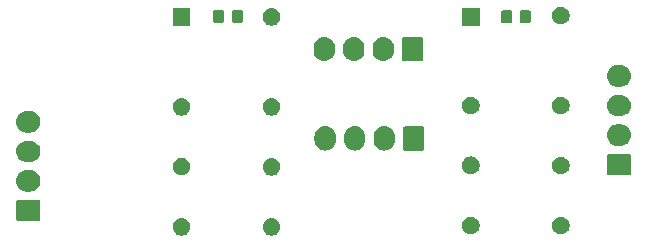
<source format=gbr>
G04 #@! TF.GenerationSoftware,KiCad,Pcbnew,(5.1.2)-2*
G04 #@! TF.CreationDate,2020-12-09T13:32:10+01:00*
G04 #@! TF.ProjectId,Relay-Board,52656c61-792d-4426-9f61-72642e6b6963,rev?*
G04 #@! TF.SameCoordinates,Original*
G04 #@! TF.FileFunction,Soldermask,Bot*
G04 #@! TF.FilePolarity,Negative*
%FSLAX46Y46*%
G04 Gerber Fmt 4.6, Leading zero omitted, Abs format (unit mm)*
G04 Created by KiCad (PCBNEW (5.1.2)-2) date 2020-12-09 13:32:10*
%MOMM*%
%LPD*%
G04 APERTURE LIST*
%ADD10C,0.100000*%
G04 APERTURE END LIST*
D10*
G36*
X112751059Y-67359860D02*
G01*
X112840868Y-67397060D01*
X112887732Y-67416472D01*
X113010735Y-67498660D01*
X113115340Y-67603265D01*
X113197528Y-67726268D01*
X113254140Y-67862941D01*
X113283000Y-68008033D01*
X113283000Y-68155967D01*
X113254140Y-68301059D01*
X113197528Y-68437732D01*
X113115340Y-68560735D01*
X113010735Y-68665340D01*
X112887732Y-68747528D01*
X112887731Y-68747529D01*
X112887730Y-68747529D01*
X112751059Y-68804140D01*
X112605968Y-68833000D01*
X112458032Y-68833000D01*
X112312941Y-68804140D01*
X112176270Y-68747529D01*
X112176269Y-68747529D01*
X112176268Y-68747528D01*
X112053265Y-68665340D01*
X111948660Y-68560735D01*
X111866472Y-68437732D01*
X111809860Y-68301059D01*
X111781000Y-68155967D01*
X111781000Y-68008033D01*
X111809860Y-67862941D01*
X111866472Y-67726268D01*
X111948660Y-67603265D01*
X112053265Y-67498660D01*
X112176268Y-67416472D01*
X112223133Y-67397060D01*
X112312941Y-67359860D01*
X112458032Y-67331000D01*
X112605968Y-67331000D01*
X112751059Y-67359860D01*
X112751059Y-67359860D01*
G37*
G36*
X105121059Y-67349860D02*
G01*
X105235010Y-67397060D01*
X105257732Y-67406472D01*
X105380735Y-67488660D01*
X105485340Y-67593265D01*
X105567528Y-67716268D01*
X105624140Y-67852941D01*
X105653000Y-67998033D01*
X105653000Y-68145967D01*
X105624140Y-68291059D01*
X105567528Y-68427732D01*
X105485340Y-68550735D01*
X105380735Y-68655340D01*
X105257732Y-68737528D01*
X105257731Y-68737529D01*
X105257730Y-68737529D01*
X105121059Y-68794140D01*
X104975968Y-68823000D01*
X104828032Y-68823000D01*
X104682941Y-68794140D01*
X104546270Y-68737529D01*
X104546269Y-68737529D01*
X104546268Y-68737528D01*
X104423265Y-68655340D01*
X104318660Y-68550735D01*
X104236472Y-68427732D01*
X104179860Y-68291059D01*
X104151000Y-68145967D01*
X104151000Y-67998033D01*
X104179860Y-67852941D01*
X104236472Y-67716268D01*
X104318660Y-67593265D01*
X104423265Y-67488660D01*
X104546268Y-67406472D01*
X104568991Y-67397060D01*
X104682941Y-67349860D01*
X104828032Y-67321000D01*
X104975968Y-67321000D01*
X105121059Y-67349860D01*
X105121059Y-67349860D01*
G37*
G36*
X137186385Y-67248260D02*
G01*
X137236659Y-67258260D01*
X137373332Y-67314872D01*
X137496335Y-67397060D01*
X137600940Y-67501665D01*
X137683128Y-67624668D01*
X137739740Y-67761341D01*
X137768600Y-67906433D01*
X137768600Y-68054367D01*
X137739740Y-68199459D01*
X137683128Y-68336132D01*
X137600940Y-68459135D01*
X137496335Y-68563740D01*
X137373332Y-68645928D01*
X137373331Y-68645929D01*
X137373330Y-68645929D01*
X137236659Y-68702540D01*
X137091568Y-68731400D01*
X136943632Y-68731400D01*
X136798541Y-68702540D01*
X136661870Y-68645929D01*
X136661869Y-68645929D01*
X136661868Y-68645928D01*
X136538865Y-68563740D01*
X136434260Y-68459135D01*
X136352072Y-68336132D01*
X136295460Y-68199459D01*
X136266600Y-68054367D01*
X136266600Y-67906433D01*
X136295460Y-67761341D01*
X136352072Y-67624668D01*
X136434260Y-67501665D01*
X136538865Y-67397060D01*
X136661868Y-67314872D01*
X136798541Y-67258260D01*
X136848815Y-67248260D01*
X136943632Y-67229400D01*
X137091568Y-67229400D01*
X137186385Y-67248260D01*
X137186385Y-67248260D01*
G37*
G36*
X129606659Y-67248260D02*
G01*
X129743332Y-67304872D01*
X129866335Y-67387060D01*
X129970940Y-67491665D01*
X130053128Y-67614668D01*
X130109740Y-67751341D01*
X130138600Y-67896433D01*
X130138600Y-68044367D01*
X130109740Y-68189459D01*
X130053128Y-68326132D01*
X129970940Y-68449135D01*
X129866335Y-68553740D01*
X129743332Y-68635928D01*
X129743331Y-68635929D01*
X129743330Y-68635929D01*
X129606659Y-68692540D01*
X129461568Y-68721400D01*
X129313632Y-68721400D01*
X129168541Y-68692540D01*
X129031870Y-68635929D01*
X129031869Y-68635929D01*
X129031868Y-68635928D01*
X128908865Y-68553740D01*
X128804260Y-68449135D01*
X128722072Y-68326132D01*
X128665460Y-68189459D01*
X128636600Y-68044367D01*
X128636600Y-67896433D01*
X128665460Y-67751341D01*
X128722072Y-67614668D01*
X128804260Y-67491665D01*
X128908865Y-67387060D01*
X129031868Y-67304872D01*
X129168541Y-67248260D01*
X129313632Y-67219400D01*
X129461568Y-67219400D01*
X129606659Y-67248260D01*
X129606659Y-67248260D01*
G37*
G36*
X92806200Y-65803389D02*
G01*
X92839252Y-65813415D01*
X92869703Y-65829692D01*
X92896399Y-65851601D01*
X92918308Y-65878297D01*
X92934585Y-65908748D01*
X92944611Y-65941800D01*
X92948600Y-65982303D01*
X92948600Y-67418497D01*
X92944611Y-67459000D01*
X92934585Y-67492052D01*
X92918308Y-67522503D01*
X92896399Y-67549199D01*
X92869703Y-67571108D01*
X92839252Y-67587385D01*
X92806200Y-67597411D01*
X92765697Y-67601400D01*
X91079503Y-67601400D01*
X91039000Y-67597411D01*
X91005948Y-67587385D01*
X90975497Y-67571108D01*
X90948801Y-67549199D01*
X90926892Y-67522503D01*
X90910615Y-67492052D01*
X90900589Y-67459000D01*
X90896600Y-67418497D01*
X90896600Y-65982303D01*
X90900589Y-65941800D01*
X90910615Y-65908748D01*
X90926892Y-65878297D01*
X90948801Y-65851601D01*
X90975497Y-65829692D01*
X91005948Y-65813415D01*
X91039000Y-65803389D01*
X91079503Y-65799400D01*
X92765697Y-65799400D01*
X92806200Y-65803389D01*
X92806200Y-65803389D01*
G37*
G36*
X92158043Y-63305919D02*
G01*
X92224227Y-63312437D01*
X92394066Y-63363957D01*
X92550591Y-63447622D01*
X92570232Y-63463741D01*
X92687786Y-63560214D01*
X92762619Y-63651400D01*
X92800378Y-63697409D01*
X92884043Y-63853934D01*
X92935563Y-64023773D01*
X92952959Y-64200400D01*
X92935563Y-64377027D01*
X92884043Y-64546866D01*
X92800378Y-64703391D01*
X92771048Y-64739129D01*
X92687786Y-64840586D01*
X92586329Y-64923848D01*
X92550591Y-64953178D01*
X92394066Y-65036843D01*
X92224227Y-65088363D01*
X92158043Y-65094881D01*
X92091860Y-65101400D01*
X91753340Y-65101400D01*
X91687157Y-65094881D01*
X91620973Y-65088363D01*
X91451134Y-65036843D01*
X91294609Y-64953178D01*
X91258871Y-64923848D01*
X91157414Y-64840586D01*
X91074152Y-64739129D01*
X91044822Y-64703391D01*
X90961157Y-64546866D01*
X90909637Y-64377027D01*
X90892241Y-64200400D01*
X90909637Y-64023773D01*
X90961157Y-63853934D01*
X91044822Y-63697409D01*
X91082581Y-63651400D01*
X91157414Y-63560214D01*
X91274968Y-63463741D01*
X91294609Y-63447622D01*
X91451134Y-63363957D01*
X91620973Y-63312437D01*
X91687157Y-63305919D01*
X91753340Y-63299400D01*
X92091860Y-63299400D01*
X92158043Y-63305919D01*
X92158043Y-63305919D01*
G37*
G36*
X112751059Y-62279860D02*
G01*
X112840868Y-62317060D01*
X112887732Y-62336472D01*
X113010735Y-62418660D01*
X113115340Y-62523265D01*
X113197528Y-62646268D01*
X113197529Y-62646270D01*
X113212056Y-62681341D01*
X113254140Y-62782941D01*
X113283000Y-62928033D01*
X113283000Y-63075967D01*
X113254140Y-63221059D01*
X113197528Y-63357732D01*
X113115340Y-63480735D01*
X113010735Y-63585340D01*
X112887732Y-63667528D01*
X112887731Y-63667529D01*
X112887730Y-63667529D01*
X112751059Y-63724140D01*
X112605968Y-63753000D01*
X112458032Y-63753000D01*
X112312941Y-63724140D01*
X112176270Y-63667529D01*
X112176269Y-63667529D01*
X112176268Y-63667528D01*
X112053265Y-63585340D01*
X111948660Y-63480735D01*
X111866472Y-63357732D01*
X111809860Y-63221059D01*
X111781000Y-63075967D01*
X111781000Y-62928033D01*
X111809860Y-62782941D01*
X111851944Y-62681341D01*
X111866471Y-62646270D01*
X111866472Y-62646268D01*
X111948660Y-62523265D01*
X112053265Y-62418660D01*
X112176268Y-62336472D01*
X112223133Y-62317060D01*
X112312941Y-62279860D01*
X112458032Y-62251000D01*
X112605968Y-62251000D01*
X112751059Y-62279860D01*
X112751059Y-62279860D01*
G37*
G36*
X105121059Y-62259860D02*
G01*
X105210868Y-62297060D01*
X105257732Y-62316472D01*
X105380735Y-62398660D01*
X105485340Y-62503265D01*
X105567528Y-62626268D01*
X105624140Y-62762941D01*
X105653000Y-62908033D01*
X105653000Y-63055967D01*
X105624140Y-63201059D01*
X105567528Y-63337732D01*
X105485340Y-63460735D01*
X105380735Y-63565340D01*
X105257732Y-63647528D01*
X105257731Y-63647529D01*
X105257730Y-63647529D01*
X105121059Y-63704140D01*
X104975968Y-63733000D01*
X104828032Y-63733000D01*
X104682941Y-63704140D01*
X104546270Y-63647529D01*
X104546269Y-63647529D01*
X104546268Y-63647528D01*
X104423265Y-63565340D01*
X104318660Y-63460735D01*
X104236472Y-63337732D01*
X104179860Y-63201059D01*
X104151000Y-63055967D01*
X104151000Y-62908033D01*
X104179860Y-62762941D01*
X104236472Y-62626268D01*
X104318660Y-62503265D01*
X104423265Y-62398660D01*
X104546268Y-62316472D01*
X104593133Y-62297060D01*
X104682941Y-62259860D01*
X104828032Y-62231000D01*
X104975968Y-62231000D01*
X105121059Y-62259860D01*
X105121059Y-62259860D01*
G37*
G36*
X142818800Y-61917189D02*
G01*
X142851852Y-61927215D01*
X142882303Y-61943492D01*
X142908999Y-61965401D01*
X142930908Y-61992097D01*
X142947185Y-62022548D01*
X142957211Y-62055600D01*
X142961200Y-62096103D01*
X142961200Y-63532297D01*
X142957211Y-63572800D01*
X142947185Y-63605852D01*
X142930908Y-63636303D01*
X142908999Y-63662999D01*
X142882303Y-63684908D01*
X142851852Y-63701185D01*
X142818800Y-63711211D01*
X142778297Y-63715200D01*
X141092103Y-63715200D01*
X141051600Y-63711211D01*
X141018548Y-63701185D01*
X140988097Y-63684908D01*
X140961401Y-63662999D01*
X140939492Y-63636303D01*
X140923215Y-63605852D01*
X140913189Y-63572800D01*
X140909200Y-63532297D01*
X140909200Y-62096103D01*
X140913189Y-62055600D01*
X140923215Y-62022548D01*
X140939492Y-61992097D01*
X140961401Y-61965401D01*
X140988097Y-61943492D01*
X141018548Y-61927215D01*
X141051600Y-61917189D01*
X141092103Y-61913200D01*
X142778297Y-61913200D01*
X142818800Y-61917189D01*
X142818800Y-61917189D01*
G37*
G36*
X137236659Y-62178260D02*
G01*
X137363985Y-62231000D01*
X137373332Y-62234872D01*
X137496335Y-62317060D01*
X137600940Y-62421665D01*
X137683128Y-62544668D01*
X137739740Y-62681341D01*
X137768600Y-62826433D01*
X137768600Y-62974367D01*
X137739740Y-63119459D01*
X137683128Y-63256132D01*
X137600940Y-63379135D01*
X137496335Y-63483740D01*
X137373332Y-63565928D01*
X137373331Y-63565929D01*
X137373330Y-63565929D01*
X137236659Y-63622540D01*
X137091568Y-63651400D01*
X136943632Y-63651400D01*
X136798541Y-63622540D01*
X136661870Y-63565929D01*
X136661869Y-63565929D01*
X136661868Y-63565928D01*
X136538865Y-63483740D01*
X136434260Y-63379135D01*
X136352072Y-63256132D01*
X136295460Y-63119459D01*
X136266600Y-62974367D01*
X136266600Y-62826433D01*
X136295460Y-62681341D01*
X136352072Y-62544668D01*
X136434260Y-62421665D01*
X136538865Y-62317060D01*
X136661868Y-62234872D01*
X136671216Y-62231000D01*
X136798541Y-62178260D01*
X136943632Y-62149400D01*
X137091568Y-62149400D01*
X137236659Y-62178260D01*
X137236659Y-62178260D01*
G37*
G36*
X129562116Y-62149400D02*
G01*
X129606659Y-62158260D01*
X129743332Y-62214872D01*
X129866335Y-62297060D01*
X129970940Y-62401665D01*
X130052192Y-62523267D01*
X130053129Y-62524670D01*
X130109740Y-62661341D01*
X130138600Y-62806432D01*
X130138600Y-62954368D01*
X130109740Y-63099459D01*
X130059372Y-63221059D01*
X130053128Y-63236132D01*
X129970940Y-63359135D01*
X129866335Y-63463740D01*
X129743332Y-63545928D01*
X129743331Y-63545929D01*
X129743330Y-63545929D01*
X129606659Y-63602540D01*
X129461568Y-63631400D01*
X129313632Y-63631400D01*
X129168541Y-63602540D01*
X129031870Y-63545929D01*
X129031869Y-63545929D01*
X129031868Y-63545928D01*
X128908865Y-63463740D01*
X128804260Y-63359135D01*
X128722072Y-63236132D01*
X128715829Y-63221059D01*
X128665460Y-63099459D01*
X128636600Y-62954368D01*
X128636600Y-62806432D01*
X128665460Y-62661341D01*
X128722071Y-62524670D01*
X128723008Y-62523267D01*
X128804260Y-62401665D01*
X128908865Y-62297060D01*
X129031868Y-62214872D01*
X129168541Y-62158260D01*
X129213084Y-62149400D01*
X129313632Y-62129400D01*
X129461568Y-62129400D01*
X129562116Y-62149400D01*
X129562116Y-62149400D01*
G37*
G36*
X92158042Y-60805918D02*
G01*
X92224227Y-60812437D01*
X92394066Y-60863957D01*
X92550591Y-60947622D01*
X92586329Y-60976952D01*
X92687786Y-61060214D01*
X92761997Y-61150642D01*
X92800378Y-61197409D01*
X92884043Y-61353934D01*
X92935563Y-61523773D01*
X92952959Y-61700400D01*
X92935563Y-61877027D01*
X92884043Y-62046866D01*
X92800378Y-62203391D01*
X92777720Y-62231000D01*
X92687786Y-62340586D01*
X92613357Y-62401667D01*
X92550591Y-62453178D01*
X92550589Y-62453179D01*
X92419469Y-62523265D01*
X92394066Y-62536843D01*
X92224227Y-62588363D01*
X92158042Y-62594882D01*
X92091860Y-62601400D01*
X91753340Y-62601400D01*
X91687158Y-62594882D01*
X91620973Y-62588363D01*
X91451134Y-62536843D01*
X91425732Y-62523265D01*
X91294611Y-62453179D01*
X91294609Y-62453178D01*
X91231843Y-62401667D01*
X91157414Y-62340586D01*
X91067480Y-62231000D01*
X91044822Y-62203391D01*
X90961157Y-62046866D01*
X90909637Y-61877027D01*
X90892241Y-61700400D01*
X90909637Y-61523773D01*
X90961157Y-61353934D01*
X91044822Y-61197409D01*
X91083203Y-61150642D01*
X91157414Y-61060214D01*
X91258871Y-60976952D01*
X91294609Y-60947622D01*
X91451134Y-60863957D01*
X91620973Y-60812437D01*
X91687158Y-60805918D01*
X91753340Y-60799400D01*
X92091860Y-60799400D01*
X92158042Y-60805918D01*
X92158042Y-60805918D01*
G37*
G36*
X117238227Y-59591437D02*
G01*
X117408066Y-59642957D01*
X117564591Y-59726622D01*
X117583235Y-59741923D01*
X117701786Y-59839214D01*
X117785048Y-59940671D01*
X117814378Y-59976409D01*
X117898043Y-60132934D01*
X117949563Y-60302774D01*
X117949563Y-60302776D01*
X117962600Y-60435141D01*
X117962600Y-60773660D01*
X117956082Y-60839842D01*
X117949563Y-60906027D01*
X117898043Y-61075866D01*
X117814378Y-61232391D01*
X117785048Y-61268129D01*
X117701786Y-61369586D01*
X117564589Y-61482179D01*
X117408067Y-61565842D01*
X117408065Y-61565843D01*
X117238226Y-61617363D01*
X117061600Y-61634759D01*
X116884973Y-61617363D01*
X116715134Y-61565843D01*
X116558609Y-61482178D01*
X116516495Y-61447616D01*
X116421414Y-61369586D01*
X116308821Y-61232389D01*
X116225158Y-61075867D01*
X116225157Y-61075865D01*
X116173637Y-60906026D01*
X116160600Y-60773657D01*
X116160600Y-60435142D01*
X116173637Y-60302773D01*
X116225157Y-60132934D01*
X116308822Y-59976409D01*
X116421415Y-59839215D01*
X116558610Y-59726622D01*
X116715135Y-59642957D01*
X116884974Y-59591437D01*
X117061600Y-59574041D01*
X117238227Y-59591437D01*
X117238227Y-59591437D01*
G37*
G36*
X119738227Y-59591437D02*
G01*
X119908066Y-59642957D01*
X120064591Y-59726622D01*
X120083235Y-59741923D01*
X120201786Y-59839214D01*
X120285048Y-59940671D01*
X120314378Y-59976409D01*
X120398043Y-60132934D01*
X120449563Y-60302774D01*
X120449563Y-60302776D01*
X120462600Y-60435141D01*
X120462600Y-60773660D01*
X120456082Y-60839842D01*
X120449563Y-60906027D01*
X120398043Y-61075866D01*
X120314378Y-61232391D01*
X120285048Y-61268129D01*
X120201786Y-61369586D01*
X120064589Y-61482179D01*
X119908067Y-61565842D01*
X119908065Y-61565843D01*
X119738226Y-61617363D01*
X119561600Y-61634759D01*
X119384973Y-61617363D01*
X119215134Y-61565843D01*
X119058609Y-61482178D01*
X119016495Y-61447616D01*
X118921414Y-61369586D01*
X118808821Y-61232389D01*
X118725158Y-61075867D01*
X118725157Y-61075865D01*
X118673637Y-60906026D01*
X118660600Y-60773657D01*
X118660600Y-60435142D01*
X118673637Y-60302773D01*
X118725157Y-60132934D01*
X118808822Y-59976409D01*
X118921415Y-59839215D01*
X119058610Y-59726622D01*
X119215135Y-59642957D01*
X119384974Y-59591437D01*
X119561600Y-59574041D01*
X119738227Y-59591437D01*
X119738227Y-59591437D01*
G37*
G36*
X122238227Y-59591437D02*
G01*
X122408066Y-59642957D01*
X122564591Y-59726622D01*
X122583235Y-59741923D01*
X122701786Y-59839214D01*
X122785048Y-59940671D01*
X122814378Y-59976409D01*
X122898043Y-60132934D01*
X122949563Y-60302774D01*
X122949563Y-60302776D01*
X122962600Y-60435141D01*
X122962600Y-60773660D01*
X122956082Y-60839842D01*
X122949563Y-60906027D01*
X122898043Y-61075866D01*
X122814378Y-61232391D01*
X122785048Y-61268129D01*
X122701786Y-61369586D01*
X122564589Y-61482179D01*
X122408067Y-61565842D01*
X122408065Y-61565843D01*
X122238226Y-61617363D01*
X122061600Y-61634759D01*
X121884973Y-61617363D01*
X121715134Y-61565843D01*
X121558609Y-61482178D01*
X121516495Y-61447616D01*
X121421414Y-61369586D01*
X121308821Y-61232389D01*
X121225158Y-61075867D01*
X121225157Y-61075865D01*
X121173637Y-60906026D01*
X121160600Y-60773657D01*
X121160600Y-60435142D01*
X121173637Y-60302773D01*
X121225157Y-60132934D01*
X121308822Y-59976409D01*
X121421415Y-59839215D01*
X121558610Y-59726622D01*
X121715135Y-59642957D01*
X121884974Y-59591437D01*
X122061600Y-59574041D01*
X122238227Y-59591437D01*
X122238227Y-59591437D01*
G37*
G36*
X125325098Y-59582387D02*
G01*
X125358124Y-59592405D01*
X125388559Y-59608673D01*
X125415235Y-59630565D01*
X125437127Y-59657241D01*
X125453395Y-59687676D01*
X125463413Y-59720702D01*
X125467400Y-59761184D01*
X125467400Y-61447616D01*
X125463413Y-61488098D01*
X125453395Y-61521124D01*
X125437127Y-61551559D01*
X125415235Y-61578235D01*
X125388559Y-61600127D01*
X125358124Y-61616395D01*
X125325098Y-61626413D01*
X125284616Y-61630400D01*
X123848184Y-61630400D01*
X123807702Y-61626413D01*
X123774676Y-61616395D01*
X123744241Y-61600127D01*
X123717565Y-61578235D01*
X123695673Y-61551559D01*
X123679405Y-61521124D01*
X123669387Y-61488098D01*
X123665400Y-61447616D01*
X123665400Y-59761184D01*
X123669387Y-59720702D01*
X123679405Y-59687676D01*
X123695673Y-59657241D01*
X123717565Y-59630565D01*
X123744241Y-59608673D01*
X123774676Y-59592405D01*
X123807702Y-59582387D01*
X123848184Y-59578400D01*
X125284616Y-59578400D01*
X125325098Y-59582387D01*
X125325098Y-59582387D01*
G37*
G36*
X142170642Y-59419718D02*
G01*
X142236827Y-59426237D01*
X142406666Y-59477757D01*
X142563191Y-59561422D01*
X142588737Y-59582387D01*
X142700386Y-59674014D01*
X142783648Y-59775471D01*
X142812978Y-59811209D01*
X142896643Y-59967734D01*
X142948163Y-60137573D01*
X142965559Y-60314200D01*
X142948163Y-60490827D01*
X142896643Y-60660666D01*
X142812978Y-60817191D01*
X142783648Y-60852929D01*
X142700386Y-60954386D01*
X142598929Y-61037648D01*
X142563191Y-61066978D01*
X142406666Y-61150643D01*
X142236827Y-61202163D01*
X142170643Y-61208681D01*
X142104460Y-61215200D01*
X141765940Y-61215200D01*
X141699757Y-61208681D01*
X141633573Y-61202163D01*
X141463734Y-61150643D01*
X141307209Y-61066978D01*
X141271471Y-61037648D01*
X141170014Y-60954386D01*
X141086752Y-60852929D01*
X141057422Y-60817191D01*
X140973757Y-60660666D01*
X140922237Y-60490827D01*
X140904841Y-60314200D01*
X140922237Y-60137573D01*
X140973757Y-59967734D01*
X141057422Y-59811209D01*
X141086752Y-59775471D01*
X141170014Y-59674014D01*
X141281663Y-59582387D01*
X141307209Y-59561422D01*
X141463734Y-59477757D01*
X141633573Y-59426237D01*
X141699758Y-59419718D01*
X141765940Y-59413200D01*
X142104460Y-59413200D01*
X142170642Y-59419718D01*
X142170642Y-59419718D01*
G37*
G36*
X92158043Y-58305919D02*
G01*
X92224227Y-58312437D01*
X92394066Y-58363957D01*
X92550591Y-58447622D01*
X92585082Y-58475928D01*
X92687786Y-58560214D01*
X92761997Y-58650642D01*
X92800378Y-58697409D01*
X92884043Y-58853934D01*
X92935563Y-59023773D01*
X92952959Y-59200400D01*
X92935563Y-59377027D01*
X92884043Y-59546866D01*
X92884042Y-59546868D01*
X92864467Y-59583490D01*
X92800378Y-59703391D01*
X92771048Y-59739129D01*
X92687786Y-59840586D01*
X92586329Y-59923848D01*
X92550591Y-59953178D01*
X92394066Y-60036843D01*
X92224227Y-60088363D01*
X92158043Y-60094881D01*
X92091860Y-60101400D01*
X91753340Y-60101400D01*
X91687157Y-60094881D01*
X91620973Y-60088363D01*
X91451134Y-60036843D01*
X91294609Y-59953178D01*
X91258871Y-59923848D01*
X91157414Y-59840586D01*
X91074152Y-59739129D01*
X91044822Y-59703391D01*
X90980733Y-59583490D01*
X90961158Y-59546868D01*
X90961157Y-59546866D01*
X90909637Y-59377027D01*
X90892241Y-59200400D01*
X90909637Y-59023773D01*
X90961157Y-58853934D01*
X91044822Y-58697409D01*
X91083203Y-58650642D01*
X91157414Y-58560214D01*
X91260118Y-58475928D01*
X91294609Y-58447622D01*
X91451134Y-58363957D01*
X91620973Y-58312437D01*
X91687157Y-58305919D01*
X91753340Y-58299400D01*
X92091860Y-58299400D01*
X92158043Y-58305919D01*
X92158043Y-58305919D01*
G37*
G36*
X142170642Y-56919718D02*
G01*
X142236827Y-56926237D01*
X142406666Y-56977757D01*
X142563191Y-57061422D01*
X142595893Y-57088260D01*
X142700386Y-57174014D01*
X142783648Y-57275471D01*
X142812978Y-57311209D01*
X142896643Y-57467734D01*
X142948163Y-57637573D01*
X142965559Y-57814200D01*
X142948163Y-57990827D01*
X142896643Y-58160666D01*
X142812978Y-58317191D01*
X142783648Y-58352929D01*
X142700386Y-58454386D01*
X142605154Y-58532540D01*
X142563191Y-58566978D01*
X142406666Y-58650643D01*
X142236827Y-58702163D01*
X142170642Y-58708682D01*
X142104460Y-58715200D01*
X141765940Y-58715200D01*
X141699758Y-58708682D01*
X141633573Y-58702163D01*
X141463734Y-58650643D01*
X141307209Y-58566978D01*
X141265246Y-58532540D01*
X141170014Y-58454386D01*
X141086752Y-58352929D01*
X141057422Y-58317191D01*
X140973757Y-58160666D01*
X140922237Y-57990827D01*
X140904841Y-57814200D01*
X140922237Y-57637573D01*
X140973757Y-57467734D01*
X141057422Y-57311209D01*
X141086752Y-57275471D01*
X141170014Y-57174014D01*
X141274507Y-57088260D01*
X141307209Y-57061422D01*
X141463734Y-56977757D01*
X141633573Y-56926237D01*
X141699758Y-56919718D01*
X141765940Y-56913200D01*
X142104460Y-56913200D01*
X142170642Y-56919718D01*
X142170642Y-56919718D01*
G37*
G36*
X105121059Y-57189860D02*
G01*
X105210868Y-57227060D01*
X105257732Y-57246472D01*
X105380735Y-57328660D01*
X105485340Y-57433265D01*
X105485341Y-57433267D01*
X105567529Y-57556270D01*
X105624140Y-57692941D01*
X105648260Y-57814200D01*
X105653000Y-57838033D01*
X105653000Y-57985967D01*
X105624140Y-58131059D01*
X105567528Y-58267732D01*
X105485340Y-58390735D01*
X105380735Y-58495340D01*
X105257732Y-58577528D01*
X105257731Y-58577529D01*
X105257730Y-58577529D01*
X105121059Y-58634140D01*
X104975968Y-58663000D01*
X104828032Y-58663000D01*
X104682941Y-58634140D01*
X104546270Y-58577529D01*
X104546269Y-58577529D01*
X104546268Y-58577528D01*
X104423265Y-58495340D01*
X104318660Y-58390735D01*
X104236472Y-58267732D01*
X104179860Y-58131059D01*
X104151000Y-57985967D01*
X104151000Y-57838033D01*
X104155741Y-57814200D01*
X104179860Y-57692941D01*
X104236471Y-57556270D01*
X104318659Y-57433267D01*
X104318660Y-57433265D01*
X104423265Y-57328660D01*
X104546268Y-57246472D01*
X104593133Y-57227060D01*
X104682941Y-57189860D01*
X104828032Y-57161000D01*
X104975968Y-57161000D01*
X105121059Y-57189860D01*
X105121059Y-57189860D01*
G37*
G36*
X112741059Y-57189860D02*
G01*
X112830868Y-57227060D01*
X112877732Y-57246472D01*
X113000735Y-57328660D01*
X113105340Y-57433265D01*
X113105341Y-57433267D01*
X113187529Y-57556270D01*
X113244140Y-57692941D01*
X113268260Y-57814200D01*
X113273000Y-57838033D01*
X113273000Y-57985967D01*
X113244140Y-58131059D01*
X113187528Y-58267732D01*
X113105340Y-58390735D01*
X113000735Y-58495340D01*
X112877732Y-58577528D01*
X112877731Y-58577529D01*
X112877730Y-58577529D01*
X112741059Y-58634140D01*
X112595968Y-58663000D01*
X112448032Y-58663000D01*
X112302941Y-58634140D01*
X112166270Y-58577529D01*
X112166269Y-58577529D01*
X112166268Y-58577528D01*
X112043265Y-58495340D01*
X111938660Y-58390735D01*
X111856472Y-58267732D01*
X111799860Y-58131059D01*
X111771000Y-57985967D01*
X111771000Y-57838033D01*
X111775741Y-57814200D01*
X111799860Y-57692941D01*
X111856471Y-57556270D01*
X111938659Y-57433267D01*
X111938660Y-57433265D01*
X112043265Y-57328660D01*
X112166268Y-57246472D01*
X112213133Y-57227060D01*
X112302941Y-57189860D01*
X112448032Y-57161000D01*
X112595968Y-57161000D01*
X112741059Y-57189860D01*
X112741059Y-57189860D01*
G37*
G36*
X137226659Y-57088260D02*
G01*
X137363332Y-57144872D01*
X137486335Y-57227060D01*
X137590940Y-57331665D01*
X137673128Y-57454668D01*
X137729740Y-57591341D01*
X137758600Y-57736433D01*
X137758600Y-57884367D01*
X137729740Y-58029459D01*
X137673128Y-58166132D01*
X137590940Y-58289135D01*
X137486335Y-58393740D01*
X137363332Y-58475928D01*
X137363331Y-58475929D01*
X137363330Y-58475929D01*
X137226659Y-58532540D01*
X137081568Y-58561400D01*
X136933632Y-58561400D01*
X136788541Y-58532540D01*
X136651870Y-58475929D01*
X136651869Y-58475929D01*
X136651868Y-58475928D01*
X136528865Y-58393740D01*
X136424260Y-58289135D01*
X136342072Y-58166132D01*
X136285460Y-58029459D01*
X136256600Y-57884367D01*
X136256600Y-57736433D01*
X136285460Y-57591341D01*
X136342072Y-57454668D01*
X136424260Y-57331665D01*
X136528865Y-57227060D01*
X136651868Y-57144872D01*
X136788541Y-57088260D01*
X136933632Y-57059400D01*
X137081568Y-57059400D01*
X137226659Y-57088260D01*
X137226659Y-57088260D01*
G37*
G36*
X129606659Y-57088260D02*
G01*
X129743332Y-57144872D01*
X129866335Y-57227060D01*
X129970940Y-57331665D01*
X130053128Y-57454668D01*
X130109740Y-57591341D01*
X130138600Y-57736433D01*
X130138600Y-57884367D01*
X130109740Y-58029459D01*
X130053128Y-58166132D01*
X129970940Y-58289135D01*
X129866335Y-58393740D01*
X129743332Y-58475928D01*
X129743331Y-58475929D01*
X129743330Y-58475929D01*
X129606659Y-58532540D01*
X129461568Y-58561400D01*
X129313632Y-58561400D01*
X129168541Y-58532540D01*
X129031870Y-58475929D01*
X129031869Y-58475929D01*
X129031868Y-58475928D01*
X128908865Y-58393740D01*
X128804260Y-58289135D01*
X128722072Y-58166132D01*
X128665460Y-58029459D01*
X128636600Y-57884367D01*
X128636600Y-57736433D01*
X128665460Y-57591341D01*
X128722072Y-57454668D01*
X128804260Y-57331665D01*
X128908865Y-57227060D01*
X129031868Y-57144872D01*
X129168541Y-57088260D01*
X129313632Y-57059400D01*
X129461568Y-57059400D01*
X129606659Y-57088260D01*
X129606659Y-57088260D01*
G37*
G36*
X142170643Y-54419719D02*
G01*
X142236827Y-54426237D01*
X142406666Y-54477757D01*
X142563191Y-54561422D01*
X142598929Y-54590752D01*
X142700386Y-54674014D01*
X142783648Y-54775471D01*
X142812978Y-54811209D01*
X142896643Y-54967734D01*
X142948163Y-55137573D01*
X142965559Y-55314200D01*
X142948163Y-55490827D01*
X142896643Y-55660666D01*
X142812978Y-55817191D01*
X142783648Y-55852929D01*
X142700386Y-55954386D01*
X142598929Y-56037648D01*
X142563191Y-56066978D01*
X142406666Y-56150643D01*
X142236827Y-56202163D01*
X142170643Y-56208681D01*
X142104460Y-56215200D01*
X141765940Y-56215200D01*
X141699757Y-56208681D01*
X141633573Y-56202163D01*
X141463734Y-56150643D01*
X141307209Y-56066978D01*
X141271471Y-56037648D01*
X141170014Y-55954386D01*
X141086752Y-55852929D01*
X141057422Y-55817191D01*
X140973757Y-55660666D01*
X140922237Y-55490827D01*
X140904841Y-55314200D01*
X140922237Y-55137573D01*
X140973757Y-54967734D01*
X141057422Y-54811209D01*
X141086752Y-54775471D01*
X141170014Y-54674014D01*
X141271471Y-54590752D01*
X141307209Y-54561422D01*
X141463734Y-54477757D01*
X141633573Y-54426237D01*
X141699757Y-54419719D01*
X141765940Y-54413200D01*
X142104460Y-54413200D01*
X142170643Y-54419719D01*
X142170643Y-54419719D01*
G37*
G36*
X117162027Y-52022237D02*
G01*
X117331866Y-52073757D01*
X117488391Y-52157422D01*
X117507035Y-52172723D01*
X117625586Y-52270014D01*
X117708848Y-52371471D01*
X117738178Y-52407209D01*
X117821843Y-52563734D01*
X117873363Y-52733574D01*
X117886400Y-52865943D01*
X117886400Y-53204458D01*
X117873363Y-53336827D01*
X117821843Y-53506666D01*
X117738178Y-53663191D01*
X117708848Y-53698929D01*
X117625586Y-53800386D01*
X117488389Y-53912979D01*
X117331867Y-53996642D01*
X117331865Y-53996643D01*
X117162026Y-54048163D01*
X116985400Y-54065559D01*
X116808773Y-54048163D01*
X116638934Y-53996643D01*
X116482409Y-53912978D01*
X116440295Y-53878416D01*
X116345214Y-53800386D01*
X116232621Y-53663189D01*
X116148958Y-53506667D01*
X116148957Y-53506665D01*
X116097437Y-53336826D01*
X116084400Y-53204457D01*
X116084400Y-52865942D01*
X116097437Y-52733573D01*
X116148957Y-52563734D01*
X116232622Y-52407209D01*
X116345215Y-52270015D01*
X116482410Y-52157422D01*
X116638935Y-52073757D01*
X116808774Y-52022237D01*
X116985400Y-52004841D01*
X117162027Y-52022237D01*
X117162027Y-52022237D01*
G37*
G36*
X119662027Y-52022237D02*
G01*
X119831866Y-52073757D01*
X119988391Y-52157422D01*
X120007035Y-52172723D01*
X120125586Y-52270014D01*
X120208848Y-52371471D01*
X120238178Y-52407209D01*
X120321843Y-52563734D01*
X120373363Y-52733574D01*
X120386400Y-52865943D01*
X120386400Y-53204458D01*
X120373363Y-53336827D01*
X120321843Y-53506666D01*
X120238178Y-53663191D01*
X120208848Y-53698929D01*
X120125586Y-53800386D01*
X119988389Y-53912979D01*
X119831867Y-53996642D01*
X119831865Y-53996643D01*
X119662026Y-54048163D01*
X119485400Y-54065559D01*
X119308773Y-54048163D01*
X119138934Y-53996643D01*
X118982409Y-53912978D01*
X118940295Y-53878416D01*
X118845214Y-53800386D01*
X118732621Y-53663189D01*
X118648958Y-53506667D01*
X118648957Y-53506665D01*
X118597437Y-53336826D01*
X118584400Y-53204457D01*
X118584400Y-52865942D01*
X118597437Y-52733573D01*
X118648957Y-52563734D01*
X118732622Y-52407209D01*
X118845215Y-52270015D01*
X118982410Y-52157422D01*
X119138935Y-52073757D01*
X119308774Y-52022237D01*
X119485400Y-52004841D01*
X119662027Y-52022237D01*
X119662027Y-52022237D01*
G37*
G36*
X122162027Y-52022237D02*
G01*
X122331866Y-52073757D01*
X122488391Y-52157422D01*
X122507035Y-52172723D01*
X122625586Y-52270014D01*
X122708848Y-52371471D01*
X122738178Y-52407209D01*
X122821843Y-52563734D01*
X122873363Y-52733574D01*
X122886400Y-52865943D01*
X122886400Y-53204458D01*
X122873363Y-53336827D01*
X122821843Y-53506666D01*
X122738178Y-53663191D01*
X122708848Y-53698929D01*
X122625586Y-53800386D01*
X122488389Y-53912979D01*
X122331867Y-53996642D01*
X122331865Y-53996643D01*
X122162026Y-54048163D01*
X121985400Y-54065559D01*
X121808773Y-54048163D01*
X121638934Y-53996643D01*
X121482409Y-53912978D01*
X121440295Y-53878416D01*
X121345214Y-53800386D01*
X121232621Y-53663189D01*
X121148958Y-53506667D01*
X121148957Y-53506665D01*
X121097437Y-53336826D01*
X121084400Y-53204457D01*
X121084400Y-52865942D01*
X121097437Y-52733573D01*
X121148957Y-52563734D01*
X121232622Y-52407209D01*
X121345215Y-52270015D01*
X121482410Y-52157422D01*
X121638935Y-52073757D01*
X121808774Y-52022237D01*
X121985400Y-52004841D01*
X122162027Y-52022237D01*
X122162027Y-52022237D01*
G37*
G36*
X125198098Y-52013187D02*
G01*
X125231124Y-52023205D01*
X125261559Y-52039473D01*
X125288235Y-52061365D01*
X125310127Y-52088041D01*
X125326395Y-52118476D01*
X125336413Y-52151502D01*
X125340400Y-52191984D01*
X125340400Y-53878416D01*
X125336413Y-53918898D01*
X125326395Y-53951924D01*
X125310127Y-53982359D01*
X125288235Y-54009035D01*
X125261559Y-54030927D01*
X125231124Y-54047195D01*
X125198098Y-54057213D01*
X125157616Y-54061200D01*
X123721184Y-54061200D01*
X123680702Y-54057213D01*
X123647676Y-54047195D01*
X123617241Y-54030927D01*
X123590565Y-54009035D01*
X123568673Y-53982359D01*
X123552405Y-53951924D01*
X123542387Y-53918898D01*
X123538400Y-53878416D01*
X123538400Y-52191984D01*
X123542387Y-52151502D01*
X123552405Y-52118476D01*
X123568673Y-52088041D01*
X123590565Y-52061365D01*
X123617241Y-52039473D01*
X123647676Y-52023205D01*
X123680702Y-52013187D01*
X123721184Y-52009200D01*
X125157616Y-52009200D01*
X125198098Y-52013187D01*
X125198098Y-52013187D01*
G37*
G36*
X112741059Y-49569860D02*
G01*
X112830868Y-49607060D01*
X112877732Y-49626472D01*
X113000735Y-49708660D01*
X113105340Y-49813265D01*
X113182331Y-49928490D01*
X113187529Y-49936270D01*
X113244140Y-50072941D01*
X113273000Y-50218032D01*
X113273000Y-50365968D01*
X113244140Y-50511059D01*
X113218173Y-50573750D01*
X113187528Y-50647732D01*
X113105340Y-50770735D01*
X113000735Y-50875340D01*
X112877732Y-50957528D01*
X112877731Y-50957529D01*
X112877730Y-50957529D01*
X112741059Y-51014140D01*
X112595968Y-51043000D01*
X112448032Y-51043000D01*
X112302941Y-51014140D01*
X112166270Y-50957529D01*
X112166269Y-50957529D01*
X112166268Y-50957528D01*
X112043265Y-50875340D01*
X111938660Y-50770735D01*
X111856472Y-50647732D01*
X111825828Y-50573750D01*
X111799860Y-50511059D01*
X111771000Y-50365968D01*
X111771000Y-50218032D01*
X111799860Y-50072941D01*
X111856471Y-49936270D01*
X111861669Y-49928490D01*
X111938660Y-49813265D01*
X112043265Y-49708660D01*
X112166268Y-49626472D01*
X112213133Y-49607060D01*
X112302941Y-49569860D01*
X112448032Y-49541000D01*
X112595968Y-49541000D01*
X112741059Y-49569860D01*
X112741059Y-49569860D01*
G37*
G36*
X105653000Y-51041000D02*
G01*
X104151000Y-51041000D01*
X104151000Y-49539000D01*
X105653000Y-49539000D01*
X105653000Y-51041000D01*
X105653000Y-51041000D01*
G37*
G36*
X130138600Y-51041000D02*
G01*
X128636600Y-51041000D01*
X128636600Y-49539000D01*
X130138600Y-49539000D01*
X130138600Y-51041000D01*
X130138600Y-51041000D01*
G37*
G36*
X137226659Y-49468260D02*
G01*
X137363332Y-49524872D01*
X137486335Y-49607060D01*
X137590940Y-49711665D01*
X137673128Y-49834668D01*
X137673129Y-49834670D01*
X137715212Y-49936268D01*
X137729740Y-49971341D01*
X137758600Y-50116433D01*
X137758600Y-50264367D01*
X137729740Y-50409459D01*
X137673128Y-50546132D01*
X137590940Y-50669135D01*
X137486335Y-50773740D01*
X137363332Y-50855928D01*
X137363331Y-50855929D01*
X137363330Y-50855929D01*
X137226659Y-50912540D01*
X137081568Y-50941400D01*
X136933632Y-50941400D01*
X136788541Y-50912540D01*
X136651870Y-50855929D01*
X136651869Y-50855929D01*
X136651868Y-50855928D01*
X136528865Y-50773740D01*
X136424260Y-50669135D01*
X136342072Y-50546132D01*
X136285460Y-50409459D01*
X136256600Y-50264367D01*
X136256600Y-50116433D01*
X136285460Y-49971341D01*
X136299988Y-49936268D01*
X136342071Y-49834670D01*
X136342072Y-49834668D01*
X136424260Y-49711665D01*
X136528865Y-49607060D01*
X136651868Y-49524872D01*
X136788541Y-49468260D01*
X136933632Y-49439400D01*
X137081568Y-49439400D01*
X137226659Y-49468260D01*
X137226659Y-49468260D01*
G37*
G36*
X134352491Y-49770085D02*
G01*
X134386469Y-49780393D01*
X134417790Y-49797134D01*
X134445239Y-49819661D01*
X134467766Y-49847110D01*
X134484507Y-49878431D01*
X134494815Y-49912409D01*
X134498900Y-49953890D01*
X134498900Y-50630110D01*
X134494815Y-50671591D01*
X134484507Y-50705569D01*
X134467766Y-50736890D01*
X134445239Y-50764339D01*
X134417790Y-50786866D01*
X134386469Y-50803607D01*
X134352491Y-50813915D01*
X134311010Y-50818000D01*
X133709790Y-50818000D01*
X133668309Y-50813915D01*
X133634331Y-50803607D01*
X133603010Y-50786866D01*
X133575561Y-50764339D01*
X133553034Y-50736890D01*
X133536293Y-50705569D01*
X133525985Y-50671591D01*
X133521900Y-50630110D01*
X133521900Y-49953890D01*
X133525985Y-49912409D01*
X133536293Y-49878431D01*
X133553034Y-49847110D01*
X133575561Y-49819661D01*
X133603010Y-49797134D01*
X133634331Y-49780393D01*
X133668309Y-49770085D01*
X133709790Y-49766000D01*
X134311010Y-49766000D01*
X134352491Y-49770085D01*
X134352491Y-49770085D01*
G37*
G36*
X132769691Y-49770085D02*
G01*
X132803669Y-49780393D01*
X132834990Y-49797134D01*
X132862439Y-49819661D01*
X132884966Y-49847110D01*
X132901707Y-49878431D01*
X132912015Y-49912409D01*
X132916100Y-49953890D01*
X132916100Y-50630110D01*
X132912015Y-50671591D01*
X132901707Y-50705569D01*
X132884966Y-50736890D01*
X132862439Y-50764339D01*
X132834990Y-50786866D01*
X132803669Y-50803607D01*
X132769691Y-50813915D01*
X132728210Y-50818000D01*
X132126990Y-50818000D01*
X132085509Y-50813915D01*
X132051531Y-50803607D01*
X132020210Y-50786866D01*
X131992761Y-50764339D01*
X131970234Y-50736890D01*
X131953493Y-50705569D01*
X131943185Y-50671591D01*
X131939100Y-50630110D01*
X131939100Y-49953890D01*
X131943185Y-49912409D01*
X131953493Y-49878431D01*
X131970234Y-49847110D01*
X131992761Y-49819661D01*
X132020210Y-49797134D01*
X132051531Y-49780393D01*
X132085509Y-49770085D01*
X132126990Y-49766000D01*
X132728210Y-49766000D01*
X132769691Y-49770085D01*
X132769691Y-49770085D01*
G37*
G36*
X109968491Y-49744685D02*
G01*
X110002469Y-49754993D01*
X110033790Y-49771734D01*
X110061239Y-49794261D01*
X110083766Y-49821710D01*
X110100507Y-49853031D01*
X110110815Y-49887009D01*
X110114900Y-49928490D01*
X110114900Y-50604710D01*
X110110815Y-50646191D01*
X110100507Y-50680169D01*
X110083766Y-50711490D01*
X110061239Y-50738939D01*
X110033790Y-50761466D01*
X110002469Y-50778207D01*
X109968491Y-50788515D01*
X109927010Y-50792600D01*
X109325790Y-50792600D01*
X109284309Y-50788515D01*
X109250331Y-50778207D01*
X109219010Y-50761466D01*
X109191561Y-50738939D01*
X109169034Y-50711490D01*
X109152293Y-50680169D01*
X109141985Y-50646191D01*
X109137900Y-50604710D01*
X109137900Y-49928490D01*
X109141985Y-49887009D01*
X109152293Y-49853031D01*
X109169034Y-49821710D01*
X109191561Y-49794261D01*
X109219010Y-49771734D01*
X109250331Y-49754993D01*
X109284309Y-49744685D01*
X109325790Y-49740600D01*
X109927010Y-49740600D01*
X109968491Y-49744685D01*
X109968491Y-49744685D01*
G37*
G36*
X108385691Y-49744685D02*
G01*
X108419669Y-49754993D01*
X108450990Y-49771734D01*
X108478439Y-49794261D01*
X108500966Y-49821710D01*
X108517707Y-49853031D01*
X108528015Y-49887009D01*
X108532100Y-49928490D01*
X108532100Y-50604710D01*
X108528015Y-50646191D01*
X108517707Y-50680169D01*
X108500966Y-50711490D01*
X108478439Y-50738939D01*
X108450990Y-50761466D01*
X108419669Y-50778207D01*
X108385691Y-50788515D01*
X108344210Y-50792600D01*
X107742990Y-50792600D01*
X107701509Y-50788515D01*
X107667531Y-50778207D01*
X107636210Y-50761466D01*
X107608761Y-50738939D01*
X107586234Y-50711490D01*
X107569493Y-50680169D01*
X107559185Y-50646191D01*
X107555100Y-50604710D01*
X107555100Y-49928490D01*
X107559185Y-49887009D01*
X107569493Y-49853031D01*
X107586234Y-49821710D01*
X107608761Y-49794261D01*
X107636210Y-49771734D01*
X107667531Y-49754993D01*
X107701509Y-49744685D01*
X107742990Y-49740600D01*
X108344210Y-49740600D01*
X108385691Y-49744685D01*
X108385691Y-49744685D01*
G37*
M02*

</source>
